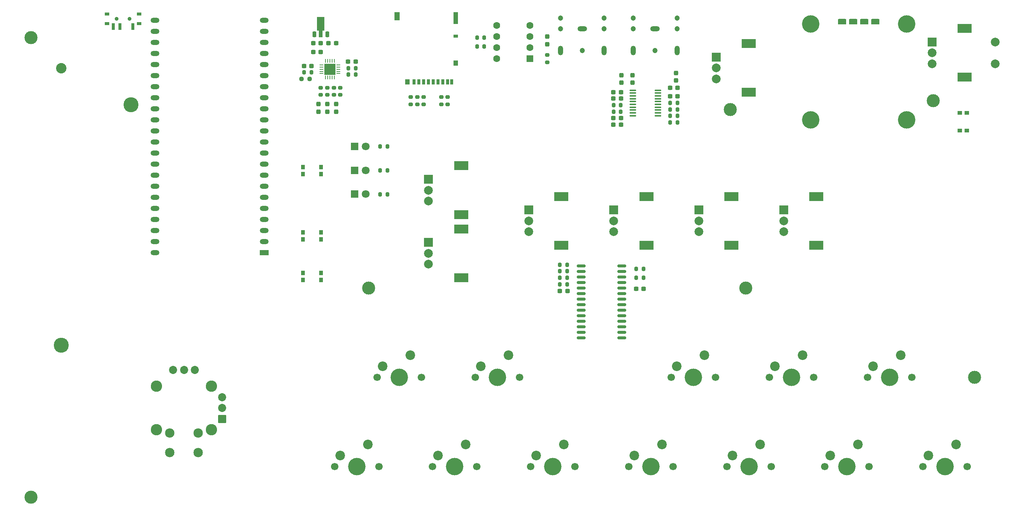
<source format=gbr>
%TF.GenerationSoftware,KiCad,Pcbnew,9.0.0*%
%TF.CreationDate,2026-01-06T01:29:00-05:00*%
%TF.ProjectId,NanoFreak,4e616e6f-4672-4656-916b-2e6b69636164,rev?*%
%TF.SameCoordinates,Original*%
%TF.FileFunction,Soldermask,Top*%
%TF.FilePolarity,Negative*%
%FSLAX46Y46*%
G04 Gerber Fmt 4.6, Leading zero omitted, Abs format (unit mm)*
G04 Created by KiCad (PCBNEW 9.0.0) date 2026-01-06 01:29:00*
%MOMM*%
%LPD*%
G01*
G04 APERTURE LIST*
G04 Aperture macros list*
%AMRoundRect*
0 Rectangle with rounded corners*
0 $1 Rounding radius*
0 $2 $3 $4 $5 $6 $7 $8 $9 X,Y pos of 4 corners*
0 Add a 4 corners polygon primitive as box body*
4,1,4,$2,$3,$4,$5,$6,$7,$8,$9,$2,$3,0*
0 Add four circle primitives for the rounded corners*
1,1,$1+$1,$2,$3*
1,1,$1+$1,$4,$5*
1,1,$1+$1,$6,$7*
1,1,$1+$1,$8,$9*
0 Add four rect primitives between the rounded corners*
20,1,$1+$1,$2,$3,$4,$5,0*
20,1,$1+$1,$4,$5,$6,$7,0*
20,1,$1+$1,$6,$7,$8,$9,0*
20,1,$1+$1,$8,$9,$2,$3,0*%
%AMFreePoly0*
4,1,9,3.862500,-0.866500,0.737500,-0.866500,0.737500,-0.450000,-0.737500,-0.450000,-0.737500,0.450000,0.737500,0.450000,0.737500,0.866500,3.862500,0.866500,3.862500,-0.866500,3.862500,-0.866500,$1*%
G04 Aperture macros list end*
%ADD10RoundRect,0.200000X0.200000X0.275000X-0.200000X0.275000X-0.200000X-0.275000X0.200000X-0.275000X0*%
%ADD11C,1.700000*%
%ADD12C,4.000000*%
%ADD13C,2.200000*%
%ADD14RoundRect,0.200000X0.275000X-0.200000X0.275000X0.200000X-0.275000X0.200000X-0.275000X-0.200000X0*%
%ADD15R,2.000000X2.000000*%
%ADD16C,2.000000*%
%ADD17R,3.200000X2.000000*%
%ADD18RoundRect,0.200000X-0.200000X-0.275000X0.200000X-0.275000X0.200000X0.275000X-0.200000X0.275000X0*%
%ADD19RoundRect,0.150000X0.875000X0.150000X-0.875000X0.150000X-0.875000X-0.150000X0.875000X-0.150000X0*%
%ADD20RoundRect,0.100000X-0.637500X-0.100000X0.637500X-0.100000X0.637500X0.100000X-0.637500X0.100000X0*%
%ADD21RoundRect,0.237500X-0.237500X0.300000X-0.237500X-0.300000X0.237500X-0.300000X0.237500X0.300000X0*%
%ADD22RoundRect,0.237500X0.300000X0.237500X-0.300000X0.237500X-0.300000X-0.237500X0.300000X-0.237500X0*%
%ADD23RoundRect,0.237500X0.237500X-0.287500X0.237500X0.287500X-0.237500X0.287500X-0.237500X-0.287500X0*%
%ADD24RoundRect,0.237500X-0.237500X0.287500X-0.237500X-0.287500X0.237500X-0.287500X0.237500X0.287500X0*%
%ADD25R,1.800000X1.800000*%
%ADD26C,1.800000*%
%ADD27R,0.900000X1.000000*%
%ADD28RoundRect,0.200000X-0.275000X0.200000X-0.275000X-0.200000X0.275000X-0.200000X0.275000X0.200000X0*%
%ADD29RoundRect,0.225000X0.225000X-0.425000X0.225000X0.425000X-0.225000X0.425000X-0.225000X-0.425000X0*%
%ADD30FreePoly0,90.000000*%
%ADD31RoundRect,0.237500X-0.300000X-0.237500X0.300000X-0.237500X0.300000X0.237500X-0.300000X0.237500X0*%
%ADD32C,3.000000*%
%ADD33R,0.700000X1.200000*%
%ADD34R,1.000000X0.800000*%
%ADD35R,1.000000X1.200000*%
%ADD36R,1.000000X2.800000*%
%ADD37R,1.300000X1.900000*%
%ADD38R,1.000000X0.900000*%
%ADD39RoundRect,0.062500X-0.350000X-0.062500X0.350000X-0.062500X0.350000X0.062500X-0.350000X0.062500X0*%
%ADD40RoundRect,0.062500X-0.062500X-0.350000X0.062500X-0.350000X0.062500X0.350000X-0.062500X0.350000X0*%
%ADD41R,2.500000X2.500000*%
%ADD42R,2.000000X1.200000*%
%ADD43O,2.000000X1.200000*%
%ADD44RoundRect,0.237500X0.250000X0.237500X-0.250000X0.237500X-0.250000X-0.237500X0.250000X-0.237500X0*%
%ADD45C,2.154000*%
%ADD46C,2.604000*%
%ADD47RoundRect,0.102000X-0.825000X-0.825000X0.825000X-0.825000X0.825000X0.825000X-0.825000X0.825000X0*%
%ADD48C,1.854000*%
%ADD49C,0.900000*%
%ADD50R,0.700000X1.500000*%
%ADD51RoundRect,0.190500X-0.762000X-0.444500X0.762000X-0.444500X0.762000X0.444500X-0.762000X0.444500X0*%
%ADD52C,1.200000*%
%ADD53O,1.200000X2.200000*%
%ADD54O,2.200000X1.200000*%
%ADD55RoundRect,0.250000X0.550000X0.550000X-0.550000X0.550000X-0.550000X-0.550000X0.550000X-0.550000X0*%
%ADD56C,1.600000*%
%ADD57C,2.390000*%
%ADD58C,3.450000*%
G04 APERTURE END LIST*
D10*
%TO.C,R9*%
X165325000Y-44000000D03*
X163675000Y-44000000D03*
%TD*%
%TO.C,R16*%
X91500000Y-34500000D03*
X89850000Y-34500000D03*
%TD*%
D11*
%TO.C,SW11*%
X163920000Y-105500000D03*
D12*
X169000000Y-105500000D03*
D11*
X174080000Y-105500000D03*
D13*
X171540000Y-100420000D03*
X165190000Y-102960000D03*
%TD*%
D14*
%TO.C,R18*%
X88000000Y-40650000D03*
X88000000Y-39000000D03*
%TD*%
D15*
%TO.C,RV2*%
X150725000Y-67080000D03*
D16*
X150725000Y-69580000D03*
X150725000Y-72080000D03*
D17*
X158225000Y-63980000D03*
X158225000Y-75180000D03*
%TD*%
D14*
%TO.C,R23*%
X107145000Y-42825000D03*
X107145000Y-41175000D03*
%TD*%
D15*
%TO.C,RV5*%
X108225000Y-60025000D03*
D16*
X108225000Y-62525000D03*
X108225000Y-65025000D03*
D17*
X115725000Y-56925000D03*
X115725000Y-68125000D03*
%TD*%
D18*
%TO.C,R21*%
X119350000Y-29500000D03*
X121000000Y-29500000D03*
%TD*%
D19*
%TO.C,U5*%
X152530000Y-96390000D03*
X152530000Y-95120000D03*
X152530000Y-93850000D03*
X152530000Y-92580000D03*
X152530000Y-91310000D03*
X152530000Y-90040000D03*
X152530000Y-88770000D03*
X152530000Y-87500000D03*
X152530000Y-86230000D03*
X152530000Y-84960000D03*
X152530000Y-83690000D03*
X152530000Y-82420000D03*
X152530000Y-81150000D03*
X152530000Y-79880000D03*
X143230000Y-79880000D03*
X143230000Y-81150000D03*
X143230000Y-82420000D03*
X143230000Y-83690000D03*
X143230000Y-84960000D03*
X143230000Y-86230000D03*
X143230000Y-87500000D03*
X143230000Y-88770000D03*
X143230000Y-90040000D03*
X143230000Y-91310000D03*
X143230000Y-92580000D03*
X143230000Y-93850000D03*
X143230000Y-95120000D03*
X143230000Y-96390000D03*
%TD*%
D20*
%TO.C,U2*%
X155137500Y-39575000D03*
X155137500Y-40225000D03*
X155137500Y-40875000D03*
X155137500Y-41525000D03*
X155137500Y-42175000D03*
X155137500Y-42825000D03*
X155137500Y-43475000D03*
X155137500Y-44125000D03*
X155137500Y-44775000D03*
X155137500Y-45425000D03*
X160862500Y-45425000D03*
X160862500Y-44775000D03*
X160862500Y-44125000D03*
X160862500Y-43475000D03*
X160862500Y-42825000D03*
X160862500Y-42175000D03*
X160862500Y-41525000D03*
X160862500Y-40875000D03*
X160862500Y-40225000D03*
X160862500Y-39575000D03*
%TD*%
D21*
%TO.C,C9*%
X152500000Y-36137500D03*
X152500000Y-37862500D03*
%TD*%
%TO.C,C4*%
X155000000Y-36137500D03*
X155000000Y-37862500D03*
%TD*%
D14*
%TO.C,R26*%
X104145000Y-42825000D03*
X104145000Y-41175000D03*
%TD*%
D22*
%TO.C,C8*%
X152362500Y-41500000D03*
X150637500Y-41500000D03*
%TD*%
D11*
%TO.C,SW12*%
X176670000Y-125960000D03*
D12*
X181750000Y-125960000D03*
D11*
X186830000Y-125960000D03*
D13*
X184290000Y-120880000D03*
X177940000Y-123420000D03*
%TD*%
D23*
%TO.C,D4*%
X135500000Y-29000000D03*
X135500000Y-27250000D03*
%TD*%
D24*
%TO.C,D1*%
X83000000Y-42750000D03*
X83000000Y-44500000D03*
%TD*%
D18*
%TO.C,R3*%
X138380000Y-82635000D03*
X140030000Y-82635000D03*
%TD*%
D11*
%TO.C,SW14*%
X199170000Y-125960000D03*
D12*
X204250000Y-125960000D03*
D11*
X209330000Y-125960000D03*
D13*
X206790000Y-120880000D03*
X200440000Y-123420000D03*
%TD*%
D25*
%TO.C,D7*%
X91230000Y-63440000D03*
D26*
X93770000Y-63440000D03*
%TD*%
D15*
%TO.C,RV3*%
X170225000Y-67080000D03*
D16*
X170225000Y-69580000D03*
X170225000Y-72080000D03*
D17*
X177725000Y-63980000D03*
X177725000Y-75180000D03*
%TD*%
D27*
%TO.C,SW17*%
X79450000Y-57200000D03*
X83550000Y-57200000D03*
X79450000Y-58800000D03*
X83550000Y-58800000D03*
%TD*%
D22*
%TO.C,C2*%
X157605000Y-85135000D03*
X155880000Y-85135000D03*
%TD*%
D14*
%TO.C,R27*%
X112645000Y-42825000D03*
X112645000Y-41175000D03*
%TD*%
D27*
%TO.C,SW4*%
X79450000Y-81500000D03*
X83550000Y-81500000D03*
X79450000Y-83100000D03*
X83550000Y-83100000D03*
%TD*%
D18*
%TO.C,R28*%
X97120000Y-58000000D03*
X98770000Y-58000000D03*
%TD*%
D28*
%TO.C,R15*%
X83500000Y-39000000D03*
X83500000Y-40650000D03*
%TD*%
D15*
%TO.C,RV4*%
X189725000Y-67080000D03*
D16*
X189725000Y-69580000D03*
X189725000Y-72080000D03*
D17*
X197225000Y-63980000D03*
X197225000Y-75180000D03*
%TD*%
D28*
%TO.C,R25*%
X111145000Y-41175000D03*
X111145000Y-42825000D03*
%TD*%
D22*
%TO.C,C13*%
X83500000Y-28775000D03*
X81775000Y-28775000D03*
%TD*%
D28*
%TO.C,R13*%
X85000000Y-39000000D03*
X85000000Y-40650000D03*
%TD*%
D29*
%TO.C,U6*%
X82000000Y-26725000D03*
D30*
X83500000Y-26637500D03*
D29*
X85000000Y-26725000D03*
%TD*%
D31*
%TO.C,C10*%
X163637500Y-39000000D03*
X165362500Y-39000000D03*
%TD*%
D32*
%TO.C,*%
X181000000Y-85000000D03*
%TD*%
D11*
%TO.C,SW5*%
X86670000Y-125960000D03*
D12*
X91750000Y-125960000D03*
D11*
X96830000Y-125960000D03*
D13*
X94290000Y-120880000D03*
X87940000Y-123420000D03*
%TD*%
D32*
%TO.C,*%
X17000000Y-133000000D03*
%TD*%
D33*
%TO.C,J3*%
X104900000Y-37690000D03*
X106000000Y-37690000D03*
X107100000Y-37690000D03*
X108200000Y-37690000D03*
X109300000Y-37690000D03*
X110400000Y-37690000D03*
X111500000Y-37690000D03*
X112600000Y-37690000D03*
X113550000Y-37690000D03*
D34*
X114500000Y-27190000D03*
D35*
X114500000Y-33390000D03*
D36*
X114500000Y-23040000D03*
D35*
X103350000Y-37690000D03*
D37*
X101000000Y-22590000D03*
%TD*%
D22*
%TO.C,C1*%
X140105000Y-85635000D03*
X138380000Y-85635000D03*
%TD*%
D18*
%TO.C,R20*%
X119350000Y-27500000D03*
X121000000Y-27500000D03*
%TD*%
D24*
%TO.C,D2*%
X87000000Y-42750000D03*
X87000000Y-44500000D03*
%TD*%
D38*
%TO.C,SW3*%
X230150000Y-48850000D03*
X230150000Y-44750000D03*
X231750000Y-48850000D03*
X231750000Y-44750000D03*
%TD*%
D14*
%TO.C,R19*%
X135500000Y-33150000D03*
X135500000Y-31500000D03*
%TD*%
D22*
%TO.C,C6*%
X152362500Y-46000000D03*
X150637500Y-46000000D03*
%TD*%
D18*
%TO.C,R12*%
X97120000Y-63500000D03*
X98770000Y-63500000D03*
%TD*%
D11*
%TO.C,SW15*%
X208920000Y-105500000D03*
D12*
X214000000Y-105500000D03*
D11*
X219080000Y-105500000D03*
D13*
X216540000Y-100420000D03*
X210190000Y-102960000D03*
%TD*%
D32*
%TO.C,*%
X17000000Y-27500000D03*
%TD*%
D22*
%TO.C,C12*%
X81362500Y-34000000D03*
X79637500Y-34000000D03*
%TD*%
D39*
%TO.C,U3*%
X83667500Y-33757500D03*
X83667500Y-34257500D03*
X83667500Y-34757500D03*
X83667500Y-35257500D03*
X83667500Y-35757500D03*
D40*
X84605000Y-36695000D03*
X85105000Y-36695000D03*
X85605000Y-36695000D03*
X86105000Y-36695000D03*
X86605000Y-36695000D03*
D39*
X87542500Y-35757500D03*
X87542500Y-35257500D03*
X87542500Y-34757500D03*
X87542500Y-34257500D03*
X87542500Y-33757500D03*
D40*
X86605000Y-32820000D03*
X86105000Y-32820000D03*
X85605000Y-32820000D03*
X85105000Y-32820000D03*
X84605000Y-32820000D03*
D41*
X85605000Y-34757500D03*
%TD*%
D21*
%TO.C,C3*%
X165000000Y-35637500D03*
X165000000Y-37362500D03*
%TD*%
D11*
%TO.C,SW16*%
X221670000Y-125960000D03*
D12*
X226750000Y-125960000D03*
D11*
X231830000Y-125960000D03*
D13*
X229290000Y-120880000D03*
X222940000Y-123420000D03*
%TD*%
D42*
%TO.C,U1*%
X70496320Y-76837280D03*
D43*
X70496320Y-74297280D03*
X70496320Y-71757280D03*
X70496320Y-69217280D03*
X70496320Y-66677280D03*
X70496320Y-64137280D03*
X70496320Y-61597280D03*
X70496320Y-59057280D03*
X70496320Y-56517280D03*
X70496320Y-53977280D03*
X70496320Y-51437280D03*
X70496320Y-48897280D03*
X70496320Y-46357280D03*
X70496320Y-43817280D03*
X70496320Y-41277280D03*
X70496320Y-38737280D03*
X70496320Y-36197280D03*
X70496320Y-33657280D03*
X70496320Y-31117280D03*
X70500000Y-28580000D03*
X70500000Y-26040000D03*
X70500000Y-23500000D03*
X45496320Y-23497280D03*
X45496320Y-26037280D03*
X45496320Y-28577280D03*
X45496320Y-31117280D03*
X45496320Y-33657280D03*
X45496320Y-36197280D03*
X45496320Y-38737280D03*
X45496320Y-41277280D03*
X45496320Y-43817280D03*
X45496320Y-46357280D03*
X45496320Y-48897280D03*
X45496320Y-51437280D03*
X45496320Y-53977280D03*
X45496320Y-56517280D03*
X45496320Y-59057280D03*
X45496320Y-61597280D03*
X45496320Y-64137280D03*
X45496320Y-66677280D03*
X45496320Y-69217280D03*
X45496320Y-71757280D03*
X45496320Y-74297280D03*
X45496320Y-76837280D03*
%TD*%
D44*
%TO.C,TH1*%
X80912500Y-37000000D03*
X79087500Y-37000000D03*
%TD*%
D10*
%TO.C,R30*%
X165325000Y-42500000D03*
X163675000Y-42500000D03*
%TD*%
D45*
%TO.C,U7*%
X48862500Y-118300000D03*
X55362500Y-118300000D03*
X48862500Y-122800000D03*
X55362500Y-122800000D03*
D46*
X58437500Y-107550000D03*
X45787500Y-107550000D03*
X45787500Y-117550000D03*
X58437500Y-117550000D03*
D47*
X60842500Y-115050000D03*
D48*
X60842500Y-112550000D03*
X60842500Y-110050000D03*
X54612500Y-103820000D03*
X52112500Y-103820000D03*
X49612500Y-103820000D03*
%TD*%
D18*
%TO.C,R5*%
X155880000Y-80635000D03*
X157530000Y-80635000D03*
%TD*%
D15*
%TO.C,RV7*%
X174225000Y-31975000D03*
D16*
X174225000Y-34475000D03*
X174225000Y-36975000D03*
D17*
X181725000Y-28875000D03*
X181725000Y-40075000D03*
%TD*%
D31*
%TO.C,C15*%
X85275000Y-28775000D03*
X87000000Y-28775000D03*
%TD*%
D32*
%TO.C,*%
X233500000Y-105500000D03*
%TD*%
D11*
%TO.C,SW8*%
X118920000Y-105500000D03*
D12*
X124000000Y-105500000D03*
D11*
X129080000Y-105500000D03*
D13*
X126540000Y-100420000D03*
X120190000Y-102960000D03*
%TD*%
D10*
%TO.C,R7*%
X152325000Y-43000000D03*
X150675000Y-43000000D03*
%TD*%
D34*
%TO.C,SW18*%
X41800000Y-24280000D03*
X41800000Y-22070000D03*
D49*
X39650000Y-23170000D03*
X36650000Y-23170000D03*
D34*
X34500000Y-24280000D03*
X34500000Y-22070000D03*
D50*
X40400000Y-24930000D03*
X37400000Y-24930000D03*
X35900000Y-24930000D03*
%TD*%
D10*
%TO.C,R10*%
X165325000Y-45500000D03*
X163675000Y-45500000D03*
%TD*%
D12*
%TO.C,U8*%
X195940000Y-24390000D03*
X195940000Y-46390000D03*
X217940000Y-24390000D03*
X217940000Y-46390000D03*
D51*
X203110000Y-23890000D03*
X205650000Y-23890000D03*
X208190000Y-23890000D03*
X210730000Y-23890000D03*
%TD*%
D31*
%TO.C,C7*%
X150637500Y-40000000D03*
X152362500Y-40000000D03*
%TD*%
D14*
%TO.C,R24*%
X105645000Y-42825000D03*
X105645000Y-41175000D03*
%TD*%
D22*
%TO.C,C5*%
X152362500Y-47500000D03*
X150637500Y-47500000D03*
%TD*%
D10*
%TO.C,R4*%
X140030000Y-84135000D03*
X138380000Y-84135000D03*
%TD*%
D18*
%TO.C,R22*%
X79675000Y-35500000D03*
X81325000Y-35500000D03*
%TD*%
%TO.C,R2*%
X138380000Y-81135000D03*
X140030000Y-81135000D03*
%TD*%
D28*
%TO.C,R14*%
X86500000Y-39000000D03*
X86500000Y-40650000D03*
%TD*%
D15*
%TO.C,SW1*%
X223750000Y-28500000D03*
D16*
X223750000Y-33500000D03*
X223750000Y-31000000D03*
D17*
X231250000Y-25400000D03*
X231250000Y-36600000D03*
D16*
X238250000Y-33500000D03*
X238250000Y-28500000D03*
%TD*%
D10*
%TO.C,R8*%
X152325000Y-44500000D03*
X150675000Y-44500000D03*
%TD*%
D22*
%TO.C,C14*%
X83500000Y-30775000D03*
X81775000Y-30775000D03*
%TD*%
D24*
%TO.C,D3*%
X85000000Y-42750000D03*
X85000000Y-44500000D03*
%TD*%
D18*
%TO.C,R1*%
X138380000Y-79635000D03*
X140030000Y-79635000D03*
%TD*%
D11*
%TO.C,SW6*%
X96420000Y-105500000D03*
D12*
X101500000Y-105500000D03*
D11*
X106580000Y-105500000D03*
D13*
X104040000Y-100420000D03*
X97690000Y-102960000D03*
%TD*%
D18*
%TO.C,R6*%
X155880000Y-82635000D03*
X157530000Y-82635000D03*
%TD*%
D27*
%TO.C,SW2*%
X79450000Y-72200000D03*
X83550000Y-72200000D03*
X79450000Y-73800000D03*
X83550000Y-73800000D03*
%TD*%
D31*
%TO.C,C18*%
X163637500Y-41000000D03*
X165362500Y-41000000D03*
%TD*%
D11*
%TO.C,SW9*%
X131670000Y-125960000D03*
D12*
X136750000Y-125960000D03*
D11*
X141830000Y-125960000D03*
D13*
X139290000Y-120880000D03*
X132940000Y-123420000D03*
%TD*%
D31*
%TO.C,C11*%
X89775000Y-33000000D03*
X91500000Y-33000000D03*
%TD*%
D15*
%TO.C,RV6*%
X108225000Y-74525000D03*
D16*
X108225000Y-77025000D03*
X108225000Y-79525000D03*
D17*
X115725000Y-71425000D03*
X115725000Y-82625000D03*
%TD*%
D11*
%TO.C,SW7*%
X109170000Y-125960000D03*
D12*
X114250000Y-125960000D03*
D11*
X119330000Y-125960000D03*
D13*
X116790000Y-120880000D03*
X110440000Y-123420000D03*
%TD*%
D10*
%TO.C,R17*%
X91500000Y-36000000D03*
X89850000Y-36000000D03*
%TD*%
D52*
%TO.C,J2*%
X148500000Y-25500000D03*
X148500000Y-23000000D03*
X143500000Y-30500000D03*
X138500000Y-25500000D03*
X138500000Y-23000000D03*
D53*
X148500000Y-30500000D03*
D54*
X143500000Y-25500000D03*
D53*
X138500000Y-30500000D03*
%TD*%
D10*
%TO.C,R11*%
X165325000Y-47000000D03*
X163675000Y-47000000D03*
%TD*%
D18*
%TO.C,R29*%
X97120000Y-52500000D03*
X98770000Y-52500000D03*
%TD*%
D32*
%TO.C,*%
X177500000Y-44000000D03*
%TD*%
D11*
%TO.C,SW10*%
X154170000Y-125960000D03*
D12*
X159250000Y-125960000D03*
D11*
X164330000Y-125960000D03*
D13*
X161790000Y-120880000D03*
X155440000Y-123420000D03*
%TD*%
D25*
%TO.C,D6*%
X91230000Y-57970000D03*
D26*
X93770000Y-57970000D03*
%TD*%
D55*
%TO.C,U4*%
X131500000Y-32310000D03*
D56*
X131500000Y-29770000D03*
X131500000Y-27230000D03*
X131500000Y-24690000D03*
X123880000Y-24690000D03*
X123880000Y-27230000D03*
X123880000Y-29770000D03*
X123880000Y-32310000D03*
%TD*%
D32*
%TO.C,*%
X224000000Y-42000000D03*
%TD*%
%TO.C,*%
X94500000Y-85000000D03*
%TD*%
D52*
%TO.C,J1*%
X165230000Y-25500000D03*
X165230000Y-23000000D03*
X160230000Y-30500000D03*
X155230000Y-25500000D03*
X155230000Y-23000000D03*
D53*
X165230000Y-30500000D03*
D54*
X160230000Y-25500000D03*
D53*
X155230000Y-30500000D03*
%TD*%
D11*
%TO.C,SW13*%
X186420000Y-105500000D03*
D12*
X191500000Y-105500000D03*
D11*
X196580000Y-105500000D03*
D13*
X194040000Y-100420000D03*
X187690000Y-102960000D03*
%TD*%
D25*
%TO.C,D5*%
X91230000Y-52500000D03*
D26*
X93770000Y-52500000D03*
%TD*%
D15*
%TO.C,RV1*%
X131225000Y-67080000D03*
D16*
X131225000Y-69580000D03*
X131225000Y-72080000D03*
D17*
X138725000Y-63980000D03*
X138725000Y-75180000D03*
%TD*%
D57*
%TO.C,BT1*%
X24000000Y-34570000D03*
D58*
X40000000Y-42900000D03*
X24000000Y-98100000D03*
%TD*%
M02*

</source>
